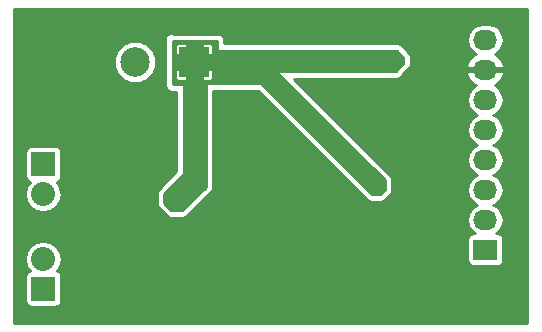
<source format=gbr>
G04 #@! TF.FileFunction,Copper,L2,Bot,Signal*
%FSLAX46Y46*%
G04 Gerber Fmt 4.6, Leading zero omitted, Abs format (unit mm)*
G04 Created by KiCad (PCBNEW 4.0.6+dfsg1-1) date Tue Feb 13 22:00:55 2018*
%MOMM*%
%LPD*%
G01*
G04 APERTURE LIST*
%ADD10C,0.100000*%
%ADD11R,2.032000X1.727200*%
%ADD12O,2.032000X1.727200*%
%ADD13R,2.500000X2.500000*%
%ADD14C,2.500000*%
%ADD15R,2.032000X2.032000*%
%ADD16O,2.032000X2.032000*%
%ADD17C,0.600000*%
%ADD18C,0.325000*%
%ADD19C,0.254000*%
G04 APERTURE END LIST*
D10*
D11*
X162950000Y-103450000D03*
D12*
X162950000Y-100910000D03*
X162950000Y-98370000D03*
X162950000Y-95830000D03*
X162950000Y-93290000D03*
X162950000Y-90750000D03*
X162950000Y-88210000D03*
X162950000Y-85670000D03*
D13*
X138300000Y-87550000D03*
D14*
X133300000Y-87550000D03*
D15*
X125525000Y-96200000D03*
D16*
X125525000Y-98740000D03*
D15*
X125525000Y-106750000D03*
D16*
X125525000Y-104210000D03*
D17*
X136875000Y-99075000D03*
X155300000Y-87625000D03*
X153250000Y-97575000D03*
D18*
X138300000Y-97650000D02*
X138300000Y-87550000D01*
X136875000Y-99075000D02*
X138300000Y-97650000D01*
X138300000Y-87550000D02*
X155225000Y-87550000D01*
X155225000Y-87550000D02*
X155300000Y-87625000D01*
X138300000Y-87550000D02*
X143225000Y-87550000D01*
X143225000Y-87550000D02*
X153250000Y-97575000D01*
D19*
G36*
X140223000Y-86475000D02*
X140233006Y-86524410D01*
X140261447Y-86566035D01*
X140303841Y-86593315D01*
X140350000Y-86602000D01*
X155447394Y-86602000D01*
X156023000Y-87177606D01*
X156023000Y-87672394D01*
X155372394Y-88323000D01*
X145525000Y-88323000D01*
X145475590Y-88333006D01*
X145433965Y-88361447D01*
X145406685Y-88403841D01*
X145398048Y-88453509D01*
X145409416Y-88502623D01*
X145435197Y-88539803D01*
X154423000Y-97527606D01*
X154423000Y-98397394D01*
X154072394Y-98748000D01*
X153352606Y-98748000D01*
X144014803Y-89410197D01*
X143972789Y-89382334D01*
X143925000Y-89373000D01*
X139425000Y-89373000D01*
X139375590Y-89383006D01*
X139333965Y-89411447D01*
X139306685Y-89453841D01*
X139298000Y-89500000D01*
X139298000Y-98097394D01*
X137297394Y-100098000D01*
X136377606Y-100098000D01*
X135777000Y-99497394D01*
X135777000Y-98727606D01*
X137389803Y-97114803D01*
X137417666Y-97072789D01*
X137427000Y-97025000D01*
X137427000Y-89550000D01*
X137416994Y-89500590D01*
X137388553Y-89458965D01*
X137346159Y-89431685D01*
X137300000Y-89423000D01*
X136477000Y-89423000D01*
X136477000Y-88270250D01*
X136669000Y-88270250D01*
X136669000Y-88875785D01*
X136727004Y-89015819D01*
X136834180Y-89122996D01*
X136974214Y-89181000D01*
X137579750Y-89181000D01*
X137675000Y-89085750D01*
X137675000Y-88175000D01*
X138925000Y-88175000D01*
X138925000Y-89085750D01*
X139020250Y-89181000D01*
X139625786Y-89181000D01*
X139765820Y-89122996D01*
X139872996Y-89015819D01*
X139931000Y-88875785D01*
X139931000Y-88270250D01*
X139835750Y-88175000D01*
X138925000Y-88175000D01*
X137675000Y-88175000D01*
X136764250Y-88175000D01*
X136669000Y-88270250D01*
X136477000Y-88270250D01*
X136477000Y-86224215D01*
X136669000Y-86224215D01*
X136669000Y-86829750D01*
X136764250Y-86925000D01*
X137675000Y-86925000D01*
X137675000Y-86014250D01*
X138925000Y-86014250D01*
X138925000Y-86925000D01*
X139835750Y-86925000D01*
X139931000Y-86829750D01*
X139931000Y-86224215D01*
X139872996Y-86084181D01*
X139765820Y-85977004D01*
X139625786Y-85919000D01*
X139020250Y-85919000D01*
X138925000Y-86014250D01*
X137675000Y-86014250D01*
X137579750Y-85919000D01*
X136974214Y-85919000D01*
X136834180Y-85977004D01*
X136727004Y-86084181D01*
X136669000Y-86224215D01*
X136477000Y-86224215D01*
X136477000Y-85802000D01*
X140223000Y-85802000D01*
X140223000Y-86475000D01*
X140223000Y-86475000D01*
G37*
X140223000Y-86475000D02*
X140233006Y-86524410D01*
X140261447Y-86566035D01*
X140303841Y-86593315D01*
X140350000Y-86602000D01*
X155447394Y-86602000D01*
X156023000Y-87177606D01*
X156023000Y-87672394D01*
X155372394Y-88323000D01*
X145525000Y-88323000D01*
X145475590Y-88333006D01*
X145433965Y-88361447D01*
X145406685Y-88403841D01*
X145398048Y-88453509D01*
X145409416Y-88502623D01*
X145435197Y-88539803D01*
X154423000Y-97527606D01*
X154423000Y-98397394D01*
X154072394Y-98748000D01*
X153352606Y-98748000D01*
X144014803Y-89410197D01*
X143972789Y-89382334D01*
X143925000Y-89373000D01*
X139425000Y-89373000D01*
X139375590Y-89383006D01*
X139333965Y-89411447D01*
X139306685Y-89453841D01*
X139298000Y-89500000D01*
X139298000Y-98097394D01*
X137297394Y-100098000D01*
X136377606Y-100098000D01*
X135777000Y-99497394D01*
X135777000Y-98727606D01*
X137389803Y-97114803D01*
X137417666Y-97072789D01*
X137427000Y-97025000D01*
X137427000Y-89550000D01*
X137416994Y-89500590D01*
X137388553Y-89458965D01*
X137346159Y-89431685D01*
X137300000Y-89423000D01*
X136477000Y-89423000D01*
X136477000Y-88270250D01*
X136669000Y-88270250D01*
X136669000Y-88875785D01*
X136727004Y-89015819D01*
X136834180Y-89122996D01*
X136974214Y-89181000D01*
X137579750Y-89181000D01*
X137675000Y-89085750D01*
X137675000Y-88175000D01*
X138925000Y-88175000D01*
X138925000Y-89085750D01*
X139020250Y-89181000D01*
X139625786Y-89181000D01*
X139765820Y-89122996D01*
X139872996Y-89015819D01*
X139931000Y-88875785D01*
X139931000Y-88270250D01*
X139835750Y-88175000D01*
X138925000Y-88175000D01*
X137675000Y-88175000D01*
X136764250Y-88175000D01*
X136669000Y-88270250D01*
X136477000Y-88270250D01*
X136477000Y-86224215D01*
X136669000Y-86224215D01*
X136669000Y-86829750D01*
X136764250Y-86925000D01*
X137675000Y-86925000D01*
X137675000Y-86014250D01*
X138925000Y-86014250D01*
X138925000Y-86925000D01*
X139835750Y-86925000D01*
X139931000Y-86829750D01*
X139931000Y-86224215D01*
X139872996Y-86084181D01*
X139765820Y-85977004D01*
X139625786Y-85919000D01*
X139020250Y-85919000D01*
X138925000Y-86014250D01*
X137675000Y-86014250D01*
X137579750Y-85919000D01*
X136974214Y-85919000D01*
X136834180Y-85977004D01*
X136727004Y-86084181D01*
X136669000Y-86224215D01*
X136477000Y-86224215D01*
X136477000Y-85802000D01*
X140223000Y-85802000D01*
X140223000Y-86475000D01*
G36*
X166517000Y-109617000D02*
X123083000Y-109617000D01*
X123083000Y-104210000D01*
X123971143Y-104210000D01*
X124087151Y-104793210D01*
X124385241Y-105239335D01*
X124320747Y-105251470D01*
X124147847Y-105362728D01*
X124031855Y-105532488D01*
X123991048Y-105734000D01*
X123991048Y-107766000D01*
X124026470Y-107954253D01*
X124137728Y-108127153D01*
X124307488Y-108243145D01*
X124509000Y-108283952D01*
X126541000Y-108283952D01*
X126729253Y-108248530D01*
X126902153Y-108137272D01*
X127018145Y-107967512D01*
X127058952Y-107766000D01*
X127058952Y-105734000D01*
X127023530Y-105545747D01*
X126912272Y-105372847D01*
X126742512Y-105256855D01*
X126663714Y-105240898D01*
X126962849Y-104793210D01*
X127078857Y-104210000D01*
X126962849Y-103626790D01*
X126632488Y-103132369D01*
X126138067Y-102802008D01*
X125554857Y-102686000D01*
X125495143Y-102686000D01*
X124911933Y-102802008D01*
X124417512Y-103132369D01*
X124087151Y-103626790D01*
X123971143Y-104210000D01*
X123083000Y-104210000D01*
X123083000Y-98740000D01*
X123971143Y-98740000D01*
X124087151Y-99323210D01*
X124417512Y-99817631D01*
X124911933Y-100147992D01*
X125495143Y-100264000D01*
X125554857Y-100264000D01*
X126138067Y-100147992D01*
X126632488Y-99817631D01*
X126962849Y-99323210D01*
X127078857Y-98740000D01*
X127065928Y-98675000D01*
X135142000Y-98675000D01*
X135142000Y-99550000D01*
X135179338Y-99741157D01*
X135290790Y-99909210D01*
X135965790Y-100584210D01*
X136127360Y-100692977D01*
X136325000Y-100733000D01*
X137350000Y-100733000D01*
X137541157Y-100695662D01*
X137709210Y-100584210D01*
X139784210Y-98509210D01*
X139892977Y-98347640D01*
X139933000Y-98150000D01*
X139933000Y-90008000D01*
X143714580Y-90008000D01*
X152940790Y-99234210D01*
X153102360Y-99342977D01*
X153300000Y-99383000D01*
X154125000Y-99383000D01*
X154316157Y-99345662D01*
X154484210Y-99234210D01*
X154909210Y-98809210D01*
X155017977Y-98647640D01*
X155058000Y-98450000D01*
X155058000Y-97475000D01*
X155020662Y-97283843D01*
X154909210Y-97115790D01*
X146751420Y-88958000D01*
X155425000Y-88958000D01*
X155616157Y-88920662D01*
X155784210Y-88809210D01*
X156024394Y-88569026D01*
X161342642Y-88569026D01*
X161345291Y-88584791D01*
X161599268Y-89112036D01*
X162035680Y-89501954D01*
X162152856Y-89542942D01*
X161797875Y-89780132D01*
X161500550Y-90225111D01*
X161396143Y-90750000D01*
X161500550Y-91274889D01*
X161797875Y-91719868D01*
X162242854Y-92017193D01*
X162256966Y-92020000D01*
X162242854Y-92022807D01*
X161797875Y-92320132D01*
X161500550Y-92765111D01*
X161396143Y-93290000D01*
X161500550Y-93814889D01*
X161797875Y-94259868D01*
X162242854Y-94557193D01*
X162256966Y-94560000D01*
X162242854Y-94562807D01*
X161797875Y-94860132D01*
X161500550Y-95305111D01*
X161396143Y-95830000D01*
X161500550Y-96354889D01*
X161797875Y-96799868D01*
X162242854Y-97097193D01*
X162256966Y-97100000D01*
X162242854Y-97102807D01*
X161797875Y-97400132D01*
X161500550Y-97845111D01*
X161396143Y-98370000D01*
X161500550Y-98894889D01*
X161797875Y-99339868D01*
X162242854Y-99637193D01*
X162256966Y-99640000D01*
X162242854Y-99642807D01*
X161797875Y-99940132D01*
X161500550Y-100385111D01*
X161396143Y-100910000D01*
X161500550Y-101434889D01*
X161797875Y-101879868D01*
X162080105Y-102068448D01*
X161934000Y-102068448D01*
X161745747Y-102103870D01*
X161572847Y-102215128D01*
X161456855Y-102384888D01*
X161416048Y-102586400D01*
X161416048Y-104313600D01*
X161451470Y-104501853D01*
X161562728Y-104674753D01*
X161732488Y-104790745D01*
X161934000Y-104831552D01*
X163966000Y-104831552D01*
X164154253Y-104796130D01*
X164327153Y-104684872D01*
X164443145Y-104515112D01*
X164483952Y-104313600D01*
X164483952Y-102586400D01*
X164448530Y-102398147D01*
X164337272Y-102225247D01*
X164167512Y-102109255D01*
X163966000Y-102068448D01*
X163819895Y-102068448D01*
X164102125Y-101879868D01*
X164399450Y-101434889D01*
X164503857Y-100910000D01*
X164399450Y-100385111D01*
X164102125Y-99940132D01*
X163657146Y-99642807D01*
X163643034Y-99640000D01*
X163657146Y-99637193D01*
X164102125Y-99339868D01*
X164399450Y-98894889D01*
X164503857Y-98370000D01*
X164399450Y-97845111D01*
X164102125Y-97400132D01*
X163657146Y-97102807D01*
X163643034Y-97100000D01*
X163657146Y-97097193D01*
X164102125Y-96799868D01*
X164399450Y-96354889D01*
X164503857Y-95830000D01*
X164399450Y-95305111D01*
X164102125Y-94860132D01*
X163657146Y-94562807D01*
X163643034Y-94560000D01*
X163657146Y-94557193D01*
X164102125Y-94259868D01*
X164399450Y-93814889D01*
X164503857Y-93290000D01*
X164399450Y-92765111D01*
X164102125Y-92320132D01*
X163657146Y-92022807D01*
X163643034Y-92020000D01*
X163657146Y-92017193D01*
X164102125Y-91719868D01*
X164399450Y-91274889D01*
X164503857Y-90750000D01*
X164399450Y-90225111D01*
X164102125Y-89780132D01*
X163747144Y-89542942D01*
X163864320Y-89501954D01*
X164300732Y-89112036D01*
X164554709Y-88584791D01*
X164557358Y-88569026D01*
X164436217Y-88337000D01*
X163077000Y-88337000D01*
X163077000Y-88357000D01*
X162823000Y-88357000D01*
X162823000Y-88337000D01*
X161463783Y-88337000D01*
X161342642Y-88569026D01*
X156024394Y-88569026D01*
X156509210Y-88084210D01*
X156617977Y-87922640D01*
X156632489Y-87850974D01*
X161342642Y-87850974D01*
X161463783Y-88083000D01*
X162823000Y-88083000D01*
X162823000Y-88063000D01*
X163077000Y-88063000D01*
X163077000Y-88083000D01*
X164436217Y-88083000D01*
X164557358Y-87850974D01*
X164554709Y-87835209D01*
X164300732Y-87307964D01*
X163864320Y-86918046D01*
X163747144Y-86877058D01*
X164102125Y-86639868D01*
X164399450Y-86194889D01*
X164503857Y-85670000D01*
X164399450Y-85145111D01*
X164102125Y-84700132D01*
X163657146Y-84402807D01*
X163132257Y-84298400D01*
X162767743Y-84298400D01*
X162242854Y-84402807D01*
X161797875Y-84700132D01*
X161500550Y-85145111D01*
X161396143Y-85670000D01*
X161500550Y-86194889D01*
X161797875Y-86639868D01*
X162152856Y-86877058D01*
X162035680Y-86918046D01*
X161599268Y-87307964D01*
X161345291Y-87835209D01*
X161342642Y-87850974D01*
X156632489Y-87850974D01*
X156658000Y-87725000D01*
X156658000Y-87125000D01*
X156620662Y-86933843D01*
X156509210Y-86765790D01*
X155859210Y-86115790D01*
X155697640Y-86007023D01*
X155500000Y-85967000D01*
X140858000Y-85967000D01*
X140858000Y-85675000D01*
X140823258Y-85490364D01*
X140714138Y-85320786D01*
X140547640Y-85207023D01*
X140350000Y-85167000D01*
X136596834Y-85167000D01*
X136486776Y-85110760D01*
X136285658Y-85096091D01*
X136094679Y-85160824D01*
X135943931Y-85294760D01*
X135857168Y-85476792D01*
X135857028Y-85477353D01*
X135857023Y-85477360D01*
X135857010Y-85477423D01*
X135838418Y-85551792D01*
X135831004Y-85605844D01*
X135817000Y-85675000D01*
X135817000Y-85700000D01*
X135842000Y-85798119D01*
X135842000Y-89550000D01*
X135876742Y-89734636D01*
X135985862Y-89904214D01*
X136152360Y-90017977D01*
X136350000Y-90058000D01*
X136792000Y-90058000D01*
X136792000Y-96814580D01*
X135290790Y-98315790D01*
X135182023Y-98477360D01*
X135142000Y-98675000D01*
X127065928Y-98675000D01*
X126962849Y-98156790D01*
X126664759Y-97710665D01*
X126729253Y-97698530D01*
X126902153Y-97587272D01*
X127018145Y-97417512D01*
X127058952Y-97216000D01*
X127058952Y-95184000D01*
X127023530Y-94995747D01*
X126912272Y-94822847D01*
X126742512Y-94706855D01*
X126541000Y-94666048D01*
X124509000Y-94666048D01*
X124320747Y-94701470D01*
X124147847Y-94812728D01*
X124031855Y-94982488D01*
X123991048Y-95184000D01*
X123991048Y-97216000D01*
X124026470Y-97404253D01*
X124137728Y-97577153D01*
X124307488Y-97693145D01*
X124386286Y-97709102D01*
X124087151Y-98156790D01*
X123971143Y-98740000D01*
X123083000Y-98740000D01*
X123083000Y-87898154D01*
X131541696Y-87898154D01*
X131808771Y-88544526D01*
X132302873Y-89039491D01*
X132948778Y-89307694D01*
X133648154Y-89308304D01*
X134294526Y-89041229D01*
X134789491Y-88547127D01*
X135057694Y-87901222D01*
X135058304Y-87201846D01*
X134791229Y-86555474D01*
X134297127Y-86060509D01*
X133651222Y-85792306D01*
X132951846Y-85791696D01*
X132305474Y-86058771D01*
X131810509Y-86552873D01*
X131542306Y-87198778D01*
X131541696Y-87898154D01*
X123083000Y-87898154D01*
X123083000Y-83083000D01*
X166517000Y-83083000D01*
X166517000Y-109617000D01*
X166517000Y-109617000D01*
G37*
X166517000Y-109617000D02*
X123083000Y-109617000D01*
X123083000Y-104210000D01*
X123971143Y-104210000D01*
X124087151Y-104793210D01*
X124385241Y-105239335D01*
X124320747Y-105251470D01*
X124147847Y-105362728D01*
X124031855Y-105532488D01*
X123991048Y-105734000D01*
X123991048Y-107766000D01*
X124026470Y-107954253D01*
X124137728Y-108127153D01*
X124307488Y-108243145D01*
X124509000Y-108283952D01*
X126541000Y-108283952D01*
X126729253Y-108248530D01*
X126902153Y-108137272D01*
X127018145Y-107967512D01*
X127058952Y-107766000D01*
X127058952Y-105734000D01*
X127023530Y-105545747D01*
X126912272Y-105372847D01*
X126742512Y-105256855D01*
X126663714Y-105240898D01*
X126962849Y-104793210D01*
X127078857Y-104210000D01*
X126962849Y-103626790D01*
X126632488Y-103132369D01*
X126138067Y-102802008D01*
X125554857Y-102686000D01*
X125495143Y-102686000D01*
X124911933Y-102802008D01*
X124417512Y-103132369D01*
X124087151Y-103626790D01*
X123971143Y-104210000D01*
X123083000Y-104210000D01*
X123083000Y-98740000D01*
X123971143Y-98740000D01*
X124087151Y-99323210D01*
X124417512Y-99817631D01*
X124911933Y-100147992D01*
X125495143Y-100264000D01*
X125554857Y-100264000D01*
X126138067Y-100147992D01*
X126632488Y-99817631D01*
X126962849Y-99323210D01*
X127078857Y-98740000D01*
X127065928Y-98675000D01*
X135142000Y-98675000D01*
X135142000Y-99550000D01*
X135179338Y-99741157D01*
X135290790Y-99909210D01*
X135965790Y-100584210D01*
X136127360Y-100692977D01*
X136325000Y-100733000D01*
X137350000Y-100733000D01*
X137541157Y-100695662D01*
X137709210Y-100584210D01*
X139784210Y-98509210D01*
X139892977Y-98347640D01*
X139933000Y-98150000D01*
X139933000Y-90008000D01*
X143714580Y-90008000D01*
X152940790Y-99234210D01*
X153102360Y-99342977D01*
X153300000Y-99383000D01*
X154125000Y-99383000D01*
X154316157Y-99345662D01*
X154484210Y-99234210D01*
X154909210Y-98809210D01*
X155017977Y-98647640D01*
X155058000Y-98450000D01*
X155058000Y-97475000D01*
X155020662Y-97283843D01*
X154909210Y-97115790D01*
X146751420Y-88958000D01*
X155425000Y-88958000D01*
X155616157Y-88920662D01*
X155784210Y-88809210D01*
X156024394Y-88569026D01*
X161342642Y-88569026D01*
X161345291Y-88584791D01*
X161599268Y-89112036D01*
X162035680Y-89501954D01*
X162152856Y-89542942D01*
X161797875Y-89780132D01*
X161500550Y-90225111D01*
X161396143Y-90750000D01*
X161500550Y-91274889D01*
X161797875Y-91719868D01*
X162242854Y-92017193D01*
X162256966Y-92020000D01*
X162242854Y-92022807D01*
X161797875Y-92320132D01*
X161500550Y-92765111D01*
X161396143Y-93290000D01*
X161500550Y-93814889D01*
X161797875Y-94259868D01*
X162242854Y-94557193D01*
X162256966Y-94560000D01*
X162242854Y-94562807D01*
X161797875Y-94860132D01*
X161500550Y-95305111D01*
X161396143Y-95830000D01*
X161500550Y-96354889D01*
X161797875Y-96799868D01*
X162242854Y-97097193D01*
X162256966Y-97100000D01*
X162242854Y-97102807D01*
X161797875Y-97400132D01*
X161500550Y-97845111D01*
X161396143Y-98370000D01*
X161500550Y-98894889D01*
X161797875Y-99339868D01*
X162242854Y-99637193D01*
X162256966Y-99640000D01*
X162242854Y-99642807D01*
X161797875Y-99940132D01*
X161500550Y-100385111D01*
X161396143Y-100910000D01*
X161500550Y-101434889D01*
X161797875Y-101879868D01*
X162080105Y-102068448D01*
X161934000Y-102068448D01*
X161745747Y-102103870D01*
X161572847Y-102215128D01*
X161456855Y-102384888D01*
X161416048Y-102586400D01*
X161416048Y-104313600D01*
X161451470Y-104501853D01*
X161562728Y-104674753D01*
X161732488Y-104790745D01*
X161934000Y-104831552D01*
X163966000Y-104831552D01*
X164154253Y-104796130D01*
X164327153Y-104684872D01*
X164443145Y-104515112D01*
X164483952Y-104313600D01*
X164483952Y-102586400D01*
X164448530Y-102398147D01*
X164337272Y-102225247D01*
X164167512Y-102109255D01*
X163966000Y-102068448D01*
X163819895Y-102068448D01*
X164102125Y-101879868D01*
X164399450Y-101434889D01*
X164503857Y-100910000D01*
X164399450Y-100385111D01*
X164102125Y-99940132D01*
X163657146Y-99642807D01*
X163643034Y-99640000D01*
X163657146Y-99637193D01*
X164102125Y-99339868D01*
X164399450Y-98894889D01*
X164503857Y-98370000D01*
X164399450Y-97845111D01*
X164102125Y-97400132D01*
X163657146Y-97102807D01*
X163643034Y-97100000D01*
X163657146Y-97097193D01*
X164102125Y-96799868D01*
X164399450Y-96354889D01*
X164503857Y-95830000D01*
X164399450Y-95305111D01*
X164102125Y-94860132D01*
X163657146Y-94562807D01*
X163643034Y-94560000D01*
X163657146Y-94557193D01*
X164102125Y-94259868D01*
X164399450Y-93814889D01*
X164503857Y-93290000D01*
X164399450Y-92765111D01*
X164102125Y-92320132D01*
X163657146Y-92022807D01*
X163643034Y-92020000D01*
X163657146Y-92017193D01*
X164102125Y-91719868D01*
X164399450Y-91274889D01*
X164503857Y-90750000D01*
X164399450Y-90225111D01*
X164102125Y-89780132D01*
X163747144Y-89542942D01*
X163864320Y-89501954D01*
X164300732Y-89112036D01*
X164554709Y-88584791D01*
X164557358Y-88569026D01*
X164436217Y-88337000D01*
X163077000Y-88337000D01*
X163077000Y-88357000D01*
X162823000Y-88357000D01*
X162823000Y-88337000D01*
X161463783Y-88337000D01*
X161342642Y-88569026D01*
X156024394Y-88569026D01*
X156509210Y-88084210D01*
X156617977Y-87922640D01*
X156632489Y-87850974D01*
X161342642Y-87850974D01*
X161463783Y-88083000D01*
X162823000Y-88083000D01*
X162823000Y-88063000D01*
X163077000Y-88063000D01*
X163077000Y-88083000D01*
X164436217Y-88083000D01*
X164557358Y-87850974D01*
X164554709Y-87835209D01*
X164300732Y-87307964D01*
X163864320Y-86918046D01*
X163747144Y-86877058D01*
X164102125Y-86639868D01*
X164399450Y-86194889D01*
X164503857Y-85670000D01*
X164399450Y-85145111D01*
X164102125Y-84700132D01*
X163657146Y-84402807D01*
X163132257Y-84298400D01*
X162767743Y-84298400D01*
X162242854Y-84402807D01*
X161797875Y-84700132D01*
X161500550Y-85145111D01*
X161396143Y-85670000D01*
X161500550Y-86194889D01*
X161797875Y-86639868D01*
X162152856Y-86877058D01*
X162035680Y-86918046D01*
X161599268Y-87307964D01*
X161345291Y-87835209D01*
X161342642Y-87850974D01*
X156632489Y-87850974D01*
X156658000Y-87725000D01*
X156658000Y-87125000D01*
X156620662Y-86933843D01*
X156509210Y-86765790D01*
X155859210Y-86115790D01*
X155697640Y-86007023D01*
X155500000Y-85967000D01*
X140858000Y-85967000D01*
X140858000Y-85675000D01*
X140823258Y-85490364D01*
X140714138Y-85320786D01*
X140547640Y-85207023D01*
X140350000Y-85167000D01*
X136596834Y-85167000D01*
X136486776Y-85110760D01*
X136285658Y-85096091D01*
X136094679Y-85160824D01*
X135943931Y-85294760D01*
X135857168Y-85476792D01*
X135857028Y-85477353D01*
X135857023Y-85477360D01*
X135857010Y-85477423D01*
X135838418Y-85551792D01*
X135831004Y-85605844D01*
X135817000Y-85675000D01*
X135817000Y-85700000D01*
X135842000Y-85798119D01*
X135842000Y-89550000D01*
X135876742Y-89734636D01*
X135985862Y-89904214D01*
X136152360Y-90017977D01*
X136350000Y-90058000D01*
X136792000Y-90058000D01*
X136792000Y-96814580D01*
X135290790Y-98315790D01*
X135182023Y-98477360D01*
X135142000Y-98675000D01*
X127065928Y-98675000D01*
X126962849Y-98156790D01*
X126664759Y-97710665D01*
X126729253Y-97698530D01*
X126902153Y-97587272D01*
X127018145Y-97417512D01*
X127058952Y-97216000D01*
X127058952Y-95184000D01*
X127023530Y-94995747D01*
X126912272Y-94822847D01*
X126742512Y-94706855D01*
X126541000Y-94666048D01*
X124509000Y-94666048D01*
X124320747Y-94701470D01*
X124147847Y-94812728D01*
X124031855Y-94982488D01*
X123991048Y-95184000D01*
X123991048Y-97216000D01*
X124026470Y-97404253D01*
X124137728Y-97577153D01*
X124307488Y-97693145D01*
X124386286Y-97709102D01*
X124087151Y-98156790D01*
X123971143Y-98740000D01*
X123083000Y-98740000D01*
X123083000Y-87898154D01*
X131541696Y-87898154D01*
X131808771Y-88544526D01*
X132302873Y-89039491D01*
X132948778Y-89307694D01*
X133648154Y-89308304D01*
X134294526Y-89041229D01*
X134789491Y-88547127D01*
X135057694Y-87901222D01*
X135058304Y-87201846D01*
X134791229Y-86555474D01*
X134297127Y-86060509D01*
X133651222Y-85792306D01*
X132951846Y-85791696D01*
X132305474Y-86058771D01*
X131810509Y-86552873D01*
X131542306Y-87198778D01*
X131541696Y-87898154D01*
X123083000Y-87898154D01*
X123083000Y-83083000D01*
X166517000Y-83083000D01*
X166517000Y-109617000D01*
M02*

</source>
